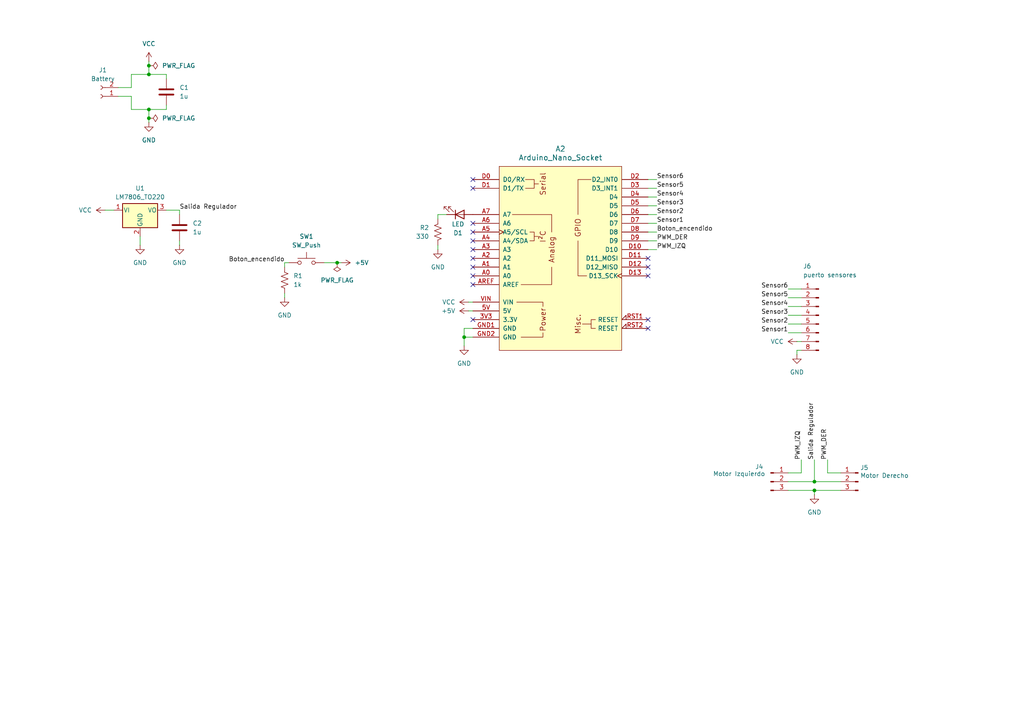
<source format=kicad_sch>
(kicad_sch (version 20231120) (generator "eeschema") (generator_version "8.0")
  (paper "A4")
  (lib_symbols
    (symbol "Connector:Conn_01x02_Socket" (pin_names (offset 1.016) hide)
      (property "Reference" "J" (at 0 2.54 0))
      (property "Value" "Conn_01x02_Socket" (at 0 -5.08 0))
      (symbol "Conn_01x02_Socket_1_1"
        (arc (start 0 -2.032) (mid -0.5058 -2.54) (end 0 -3.048) (stroke (width 0.1524)))
        (polyline (pts (xy -1.27 -2.54) (xy -0.508 -2.54)) (stroke (width 0.1524)))
        (polyline (pts (xy -1.27 0) (xy -0.508 0)) (stroke (width 0.1524)))
        (arc (start 0 0.508) (mid -0.5058 0) (end 0 -0.508) (stroke (width 0.1524)))
        (pin passive line (at -5.08 0 0) (length 3.81) (name "Pin_1") (number "1"))
        (pin passive line (at -5.08 -2.54 0) (length 3.81) (name "Pin_2") (number "2"))
      )
    )
    (symbol "Connector:Conn_01x03_Pin" (pin_names (offset 1.016) hide)
      (property "Reference" "J" (at 0 5.08 0))
      (property "Value" "Conn_01x03_Pin" (at 0 -5.08 0))
      (symbol "Conn_01x03_Pin_1_1"
        (polyline (pts (xy 1.27 -2.54) (xy 0.8636 -2.54)) (stroke (width 0.1524)))
        (polyline (pts (xy 1.27 0) (xy 0.8636 0)) (stroke (width 0.1524)))
        (polyline (pts (xy 1.27 2.54) (xy 0.8636 2.54)) (stroke (width 0.1524)))
        (rectangle (start 0.8636 -2.413) (end 0 -2.667) (stroke (width 0.1524)) (fill (type outline)))
        (rectangle (start 0.8636 0.127) (end 0 -0.127) (stroke (width 0.1524)) (fill (type outline)))
        (rectangle (start 0.8636 2.667) (end 0 2.413) (stroke (width 0.1524)) (fill (type outline)))
        (pin passive line (at 5.08 2.54 180) (length 3.81) (name "Pin_1") (number "1"))
        (pin passive line (at 5.08 0 180) (length 3.81) (name "Pin_2") (number "2"))
        (pin passive line (at 5.08 -2.54 180) (length 3.81) (name "Pin_3") (number "3"))
      )
    )
    (symbol "Connector:Conn_01x08_Pin" (pin_names (offset 1.016) hide)
      (property "Reference" "J" (at 0 10.16 0))
      (property "Value" "Conn_01x08_Pin" (at 0 -12.7 0))
      (symbol "Conn_01x08_Pin_1_1"
        (polyline (pts (xy 1.27 -10.16) (xy 0.8636 -10.16)) (stroke (width 0.1524)))
        (polyline (pts (xy 1.27 -7.62) (xy 0.8636 -7.62)) (stroke (width 0.1524)))
        (polyline (pts (xy 1.27 -5.08) (xy 0.8636 -5.08)) (stroke (width 0.1524)))
        (polyline (pts (xy 1.27 -2.54) (xy 0.8636 -2.54)) (stroke (width 0.1524)))
        (polyline (pts (xy 1.27 0) (xy 0.8636 0)) (stroke (width 0.1524)))
        (polyline (pts (xy 1.27 2.54) (xy 0.8636 2.54)) (stroke (width 0.1524)))
        (polyline (pts (xy 1.27 5.08) (xy 0.8636 5.08)) (stroke (width 0.1524)))
        (polyline (pts (xy 1.27 7.62) (xy 0.8636 7.62)) (stroke (width 0.1524)))
        (rectangle (start 0.8636 -10.033) (end 0 -10.287) (stroke (width 0.1524)) (fill (type outline)))
        (rectangle (start 0.8636 -7.493) (end 0 -7.747) (stroke (width 0.1524)) (fill (type outline)))
        (rectangle (start 0.8636 -4.953) (end 0 -5.207) (stroke (width 0.1524)) (fill (type outline)))
        (rectangle (start 0.8636 -2.413) (end 0 -2.667) (stroke (width 0.1524)) (fill (type outline)))
        (rectangle (start 0.8636 0.127) (end 0 -0.127) (stroke (width 0.1524)) (fill (type outline)))
        (rectangle (start 0.8636 2.667) (end 0 2.413) (stroke (width 0.1524)) (fill (type outline)))
        (rectangle (start 0.8636 5.207) (end 0 4.953) (stroke (width 0.1524)) (fill (type outline)))
        (rectangle (start 0.8636 7.747) (end 0 7.493) (stroke (width 0.1524)) (fill (type outline)))
        (pin passive line (at 5.08 7.62 180) (length 3.81) (name "Pin_1") (number "1"))
        (pin passive line (at 5.08 5.08 180) (length 3.81) (name "Pin_2") (number "2"))
        (pin passive line (at 5.08 2.54 180) (length 3.81) (name "Pin_3") (number "3"))
        (pin passive line (at 5.08 0 180) (length 3.81) (name "Pin_4") (number "4"))
        (pin passive line (at 5.08 -2.54 180) (length 3.81) (name "Pin_5") (number "5"))
        (pin passive line (at 5.08 -5.08 180) (length 3.81) (name "Pin_6") (number "6"))
        (pin passive line (at 5.08 -7.62 180) (length 3.81) (name "Pin_7") (number "7"))
        (pin passive line (at 5.08 -10.16 180) (length 3.81) (name "Pin_8") (number "8"))
      )
    )
    (symbol "Device:C" (pin_numbers hide) (pin_names (offset 0.254))
      (property "Reference" "C" (at 0.635 2.54 0))
      (property "Value" "C" (at 0.635 -2.54 0))
      (symbol "C_0_1"
        (polyline (pts (xy -2.032 -0.762) (xy 2.032 -0.762)) (stroke (width 0.508)))
        (polyline (pts (xy -2.032 0.762) (xy 2.032 0.762)) (stroke (width 0.508)))
      )
      (symbol "C_1_1"
        (pin passive line (at 0 3.81 270) (length 2.794) (name "~") (number "1"))
        (pin passive line (at 0 -3.81 90) (length 2.794) (name "~") (number "2"))
      )
    )
    (symbol "Device:LED" (pin_numbers hide) (pin_names (offset 1.016) hide)
      (property "Reference" "D" (at 0 2.54 0))
      (property "Value" "LED" (at 0 -2.54 0))
      (symbol "LED_0_1"
        (polyline (pts (xy -1.27 -1.27) (xy -1.27 1.27)) (stroke (width 0.254)))
        (polyline (pts (xy -1.27 0) (xy 1.27 0)))
        (polyline (pts (xy 1.27 -1.27) (xy 1.27 1.27) (xy -1.27 0) (xy 1.27 -1.27)) (stroke (width 0.254)))
        (polyline (pts (xy -3.048 -0.762) (xy -4.572 -2.286) (xy -3.81 -2.286) (xy -4.572 -2.286) (xy -4.572 -1.524)))
        (polyline (pts (xy -1.778 -0.762) (xy -3.302 -2.286) (xy -2.54 -2.286) (xy -3.302 -2.286) (xy -3.302 -1.524)))
      )
      (symbol "LED_1_1"
        (pin passive line (at -3.81 0 0) (length 2.54) (name "K") (number "1"))
        (pin passive line (at 3.81 0 180) (length 2.54) (name "A") (number "2"))
      )
    )
    (symbol "Device:R_US" (pin_numbers hide) (pin_names (offset 0))
      (property "Reference" "R" (at 2.54 0 90))
      (property "Value" "R_US" (at -2.54 0 90))
      (symbol "R_US_0_1"
        (polyline (pts (xy 0 -2.286) (xy 0 -2.54)))
        (polyline (pts (xy 0 2.286) (xy 0 2.54)))
        (polyline (pts (xy 0 -0.762) (xy 1.016 -1.143) (xy 0 -1.524) (xy -1.016 -1.905) (xy 0 -2.286)))
        (polyline (pts (xy 0 0.762) (xy 1.016 0.381) (xy 0 0) (xy -1.016 -0.381) (xy 0 -0.762)))
        (polyline (pts (xy 0 2.286) (xy 1.016 1.905) (xy 0 1.524) (xy -1.016 1.143) (xy 0 0.762)))
      )
      (symbol "R_US_1_1"
        (pin passive line (at 0 3.81 270) (length 1.27) (name "~") (number "1"))
        (pin passive line (at 0 -3.81 90) (length 1.27) (name "~") (number "2"))
      )
    )
    (symbol "PCM_arduino-library:Arduino_Nano_Socket" (pin_names (offset 1.016))
      (property "Reference" "A" (at 0 33.02 0))
      (property "Value" "Arduino_Nano_Socket" (at 0 29.21 0))
      (symbol "Arduino_Nano_Socket_0_0"
        (rectangle (start -17.78 26.67) (end 17.78 -26.67) (fill (type background)))
        (polyline (pts (xy -7.62 6.35) (xy -6.35 6.35)))
        (polyline (pts (xy -7.62 21.59) (xy -6.35 21.59)))
        (polyline (pts (xy 8.89 -19.05) (xy 6.35 -19.05)))
        (polyline (pts (xy -11.43 -22.86) (xy -5.08 -22.86) (xy -5.08 -21.59)))
        (polyline (pts (xy -5.08 -13.97) (xy -5.08 -12.7) (xy -12.7 -12.7)))
        (polyline (pts (xy -10.16 22.86) (xy -7.62 22.86) (xy -7.62 20.32) (xy -10.16 20.32)))
        (polyline (pts (xy -8.89 7.62) (xy -7.62 7.62) (xy -7.62 5.08) (xy -8.89 5.08)))
        (text "Analog" (at -2.54 2.54 900) (effects (font (size 1.524 1.524))))
        (text "I²C" (at -5.08 6.35 900) (effects (font (size 1.524 1.524))))
        (text "Misc." (at 5.08 -19.05 900) (effects (font (size 1.524 1.524))))
        (text "Power" (at -5.08 -17.78 900) (effects (font (size 1.524 1.524))))
        (text "Serial" (at -5.08 21.59 900) (effects (font (size 1.524 1.524))))
      )
      (symbol "Arduino_Nano_Socket_0_1"
        (polyline (pts (xy -13.97 12.7) (xy -2.54 12.7) (xy -2.54 7.62)))
        (polyline (pts (xy -11.43 -7.62) (xy -2.54 -7.62) (xy -2.54 -2.54)))
        (polyline (pts (xy 7.62 -5.08) (xy 5.08 -5.08) (xy 5.08 5.08)))
        (polyline (pts (xy 8.89 22.86) (xy 5.08 22.86) (xy 5.08 12.7)))
        (polyline (pts (xy 10.16 -17.78) (xy 8.89 -17.78) (xy 8.89 -20.32) (xy 10.16 -20.32)))
      )
      (symbol "Arduino_Nano_Socket_1_0"
        (text "GPIO" (at 5.08 8.89 900) (effects (font (size 1.524 1.524))))
      )
      (symbol "Arduino_Nano_Socket_1_1"
        (pin power_out line (at -25.4 -17.78 0) (length 7.62) (name "3.3V") (number "3V3"))
        (pin power_in line (at -25.4 -15.24 0) (length 7.62) (name "5V") (number "5V"))
        (pin bidirectional line (at -25.4 -5.08 0) (length 7.62) (name "A0") (number "A0"))
        (pin bidirectional line (at -25.4 -2.54 0) (length 7.62) (name "A1") (number "A1"))
        (pin bidirectional line (at -25.4 0 0) (length 7.62) (name "A2") (number "A2"))
        (pin bidirectional line (at -25.4 2.54 0) (length 7.62) (name "A3") (number "A3"))
        (pin bidirectional line (at -25.4 5.08 0) (length 7.62) (name "A4/SDA") (number "A4"))
        (pin bidirectional clock (at -25.4 7.62 0) (length 7.62) (name "A5/SCL") (number "A5"))
        (pin input line (at -25.4 10.16 0) (length 7.62) (name "A6") (number "A6"))
        (pin input line (at -25.4 12.7 0) (length 7.62) (name "A7") (number "A7"))
        (pin input line (at -25.4 -7.62 0) (length 7.62) (name "AREF") (number "AREF"))
        (pin bidirectional line (at -25.4 22.86 0) (length 7.62) (name "D0/RX") (number "D0"))
        (pin bidirectional line (at -25.4 20.32 0) (length 7.62) (name "D1/TX") (number "D1"))
        (pin bidirectional line (at 25.4 2.54 180) (length 7.62) (name "D10") (number "D10"))
        (pin bidirectional line (at 25.4 0 180) (length 7.62) (name "D11_MOSI") (number "D11"))
        (pin bidirectional line (at 25.4 -2.54 180) (length 7.62) (name "D12_MISO") (number "D12"))
        (pin bidirectional clock (at 25.4 -5.08 180) (length 7.62) (name "D13_SCK") (number "D13"))
        (pin bidirectional line (at 25.4 22.86 180) (length 7.62) (name "D2_INT0") (number "D2"))
        (pin bidirectional line (at 25.4 20.32 180) (length 7.62) (name "D3_INT1") (number "D3"))
        (pin bidirectional line (at 25.4 17.78 180) (length 7.62) (name "D4") (number "D4"))
        (pin bidirectional line (at 25.4 15.24 180) (length 7.62) (name "D5") (number "D5"))
        (pin bidirectional line (at 25.4 12.7 180) (length 7.62) (name "D6") (number "D6"))
        (pin bidirectional line (at 25.4 10.16 180) (length 7.62) (name "D7") (number "D7"))
        (pin bidirectional line (at 25.4 7.62 180) (length 7.62) (name "D8") (number "D8"))
        (pin bidirectional line (at 25.4 5.08 180) (length 7.62) (name "D9") (number "D9"))
        (pin power_in line (at -25.4 -20.32 0) (length 7.62) (name "GND") (number "GND1"))
        (pin power_in line (at -25.4 -22.86 0) (length 7.62) (name "GND") (number "GND2"))
        (pin open_collector input_low (at 25.4 -17.78 180) (length 7.62) (name "RESET") (number "RST1"))
        (pin open_collector input_low (at 25.4 -20.32 180) (length 7.62) (name "RESET") (number "RST2"))
        (pin power_in line (at -25.4 -12.7 0) (length 7.62) (name "VIN") (number "VIN"))
      )
    )
    (symbol "Regulator_Linear:LM7806_TO220" (pin_names (offset 0.254))
      (property "Reference" "U" (at -3.81 3.175 0))
      (property "Value" "LM7806_TO220" (at 0 3.175 0))
      (symbol "LM7806_TO220_0_1"
        (rectangle (start -5.08 1.905) (end 5.08 -5.08) (stroke (width 0.254)) (fill (type background)))
      )
      (symbol "LM7806_TO220_1_1"
        (pin power_in line (at -7.62 0 0) (length 2.54) (name "VI") (number "1"))
        (pin power_in line (at 0 -7.62 90) (length 2.54) (name "GND") (number "2"))
        (pin power_out line (at 7.62 0 180) (length 2.54) (name "VO") (number "3"))
      )
    )
    (symbol "Switch:SW_Push" (pin_numbers hide) (pin_names (offset 1.016) hide)
      (property "Reference" "SW" (at 1.27 2.54 0))
      (property "Value" "SW_Push" (at 0 -1.524 0))
      (symbol "SW_Push_0_1"
        (circle (center -2.032 0) (radius 0.508))
        (polyline (pts (xy 0 1.27) (xy 0 3.048)))
        (polyline (pts (xy 2.54 1.27) (xy -2.54 1.27)))
        (circle (center 2.032 0) (radius 0.508))
        (pin passive line (at -5.08 0 0) (length 2.54) (name "1") (number "1"))
        (pin passive line (at 5.08 0 180) (length 2.54) (name "2") (number "2"))
      )
    )
    (symbol "power:+5V" (power) (pin_numbers hide) (pin_names (offset 0) hide)
      (property "Value" "+5V" (at 0 3.556 0))
      (symbol "+5V_0_1"
        (polyline (pts (xy -0.762 1.27) (xy 0 2.54)))
        (polyline (pts (xy 0 0) (xy 0 2.54)))
        (polyline (pts (xy 0 2.54) (xy 0.762 1.27)))
      )
      (symbol "+5V_1_1"
        (pin power_in line (at 0 0 90) (length 0) (name "~") (number "1"))
      )
    )
    (symbol "power:GND" (power) (pin_numbers hide) (pin_names (offset 0) hide)
      (property "Value" "GND" (at 0 -3.81 0))
      (symbol "GND_0_1"
        (polyline (pts (xy 0 0) (xy 0 -1.27) (xy 1.27 -1.27) (xy 0 -2.54) (xy -1.27 -1.27) (xy 0 -1.27)))
      )
      (symbol "GND_1_1"
        (pin power_in line (at 0 0 270) (length 0) (name "~") (number "1"))
      )
    )
    (symbol "power:PWR_FLAG" (power) (pin_numbers hide) (pin_names (offset 0) hide)
      (property "Value" "PWR_FLAG" (at 0 3.81 0))
      (symbol "PWR_FLAG_0_0"
        (pin power_out line (at 0 0 90) (length 0) (name "~") (number "1"))
      )
      (symbol "PWR_FLAG_0_1"
        (polyline (pts (xy 0 0) (xy 0 1.27) (xy -1.016 1.905) (xy 0 2.54) (xy 1.016 1.905) (xy 0 1.27)))
      )
    )
    (symbol "power:VCC" (power) (pin_numbers hide) (pin_names (offset 0) hide)
      (property "Value" "VCC" (at 0 3.556 0))
      (symbol "VCC_0_1"
        (polyline (pts (xy -0.762 1.27) (xy 0 2.54)))
        (polyline (pts (xy 0 0) (xy 0 2.54)))
        (polyline (pts (xy 0 2.54) (xy 0.762 1.27)))
      )
      (symbol "VCC_1_1"
        (pin power_in line (at 0 0 90) (length 0) (name "~") (number "1"))
      )
    )
  )
  (junction (at 236.22 139.7))
  (junction (at 134.62 97.79))
  (junction (at 43.18 31.75))
  (junction (at 43.18 19.05))
  (junction (at 236.22 142.24))
  (junction (at 97.79 76.2))
  (junction (at 43.18 21.59))
  (junction (at 43.18 34.29))
  (no_connect (at 137.16 52.07))
  (no_connect (at 137.16 64.77))
  (no_connect (at 187.96 77.47))
  (no_connect (at 137.16 80.01))
  (no_connect (at 137.16 54.61))
  (no_connect (at 137.16 69.85))
  (no_connect (at 187.96 74.93))
  (no_connect (at 187.96 95.25))
  (no_connect (at 137.16 92.71))
  (no_connect (at 187.96 92.71))
  (no_connect (at 137.16 74.93))
  (no_connect (at 137.16 82.55))
  (no_connect (at 137.16 77.47))
  (no_connect (at 187.96 80.01))
  (no_connect (at 137.16 72.39))
  (no_connect (at 137.16 67.31))
  (wire (pts (xy 232.41 133.35) (xy 232.41 137.16)))
  (wire (pts (xy 30.48 60.96) (xy 33.02 60.96)))
  (wire (pts (xy 48.26 60.96) (xy 52.07 60.96)))
  (wire (pts (xy 43.18 31.75) (xy 38.1 31.75)))
  (wire (pts (xy 228.6 137.16) (xy 232.41 137.16)))
  (wire (pts (xy 48.26 31.75) (xy 43.18 31.75)))
  (wire (pts (xy 228.6 96.52) (xy 232.41 96.52)))
  (wire (pts (xy 190.5 59.69) (xy 187.96 59.69)))
  (wire (pts (xy 236.22 142.24) (xy 243.84 142.24)))
  (wire (pts (xy 127 62.23) (xy 127 63.5)))
  (wire (pts (xy 38.1 31.75) (xy 38.1 27.94)))
  (wire (pts (xy 190.5 54.61) (xy 187.96 54.61)))
  (wire (pts (xy 228.6 86.36) (xy 232.41 86.36)))
  (wire (pts (xy 190.5 64.77) (xy 187.96 64.77)))
  (wire (pts (xy 48.26 30.48) (xy 48.26 31.75)))
  (wire (pts (xy 231.14 101.6) (xy 232.41 101.6)))
  (wire (pts (xy 228.6 83.82) (xy 232.41 83.82)))
  (wire (pts (xy 236.22 133.35) (xy 236.22 139.7)))
  (wire (pts (xy 190.5 67.31) (xy 187.96 67.31)))
  (wire (pts (xy 228.6 91.44) (xy 232.41 91.44)))
  (wire (pts (xy 40.64 71.12) (xy 40.64 68.58)))
  (wire (pts (xy 43.18 17.78) (xy 43.18 19.05)))
  (wire (pts (xy 127 71.12) (xy 127 72.39)))
  (wire (pts (xy 43.18 34.29) (xy 43.18 31.75)))
  (wire (pts (xy 231.14 101.6) (xy 231.14 102.87)))
  (wire (pts (xy 137.16 95.25) (xy 134.62 95.25)))
  (wire (pts (xy 129.54 62.23) (xy 127 62.23)))
  (wire (pts (xy 228.6 139.7) (xy 236.22 139.7)))
  (wire (pts (xy 232.41 99.06) (xy 231.14 99.06)))
  (wire (pts (xy 38.1 27.94) (xy 34.29 27.94)))
  (wire (pts (xy 38.1 25.4) (xy 34.29 25.4)))
  (wire (pts (xy 243.84 137.16) (xy 240.03 137.16)))
  (wire (pts (xy 137.16 97.79) (xy 134.62 97.79)))
  (wire (pts (xy 43.18 21.59) (xy 48.26 21.59)))
  (wire (pts (xy 134.62 95.25) (xy 134.62 97.79)))
  (wire (pts (xy 38.1 21.59) (xy 43.18 21.59)))
  (wire (pts (xy 48.26 21.59) (xy 48.26 22.86)))
  (wire (pts (xy 134.62 97.79) (xy 134.62 100.33)))
  (wire (pts (xy 190.5 52.07) (xy 187.96 52.07)))
  (wire (pts (xy 83.82 76.2) (xy 82.55 76.2)))
  (wire (pts (xy 228.6 93.98) (xy 232.41 93.98)))
  (wire (pts (xy 135.89 90.17) (xy 137.16 90.17)))
  (wire (pts (xy 190.5 69.85) (xy 187.96 69.85)))
  (wire (pts (xy 99.06 76.2) (xy 97.79 76.2)))
  (wire (pts (xy 97.79 76.2) (xy 93.98 76.2)))
  (wire (pts (xy 82.55 85.09) (xy 82.55 86.36)))
  (wire (pts (xy 52.07 60.96) (xy 52.07 62.23)))
  (wire (pts (xy 190.5 62.23) (xy 187.96 62.23)))
  (wire (pts (xy 236.22 139.7) (xy 243.84 139.7)))
  (wire (pts (xy 228.6 88.9) (xy 232.41 88.9)))
  (wire (pts (xy 228.6 142.24) (xy 236.22 142.24)))
  (wire (pts (xy 52.07 69.85) (xy 52.07 71.12)))
  (wire (pts (xy 240.03 133.35) (xy 240.03 137.16)))
  (wire (pts (xy 38.1 25.4) (xy 38.1 21.59)))
  (wire (pts (xy 236.22 142.24) (xy 236.22 143.51)))
  (wire (pts (xy 43.18 35.56) (xy 43.18 34.29)))
  (wire (pts (xy 135.89 87.63) (xy 137.16 87.63)))
  (wire (pts (xy 82.55 76.2) (xy 82.55 77.47)))
  (wire (pts (xy 190.5 72.39) (xy 187.96 72.39)))
  (wire (pts (xy 43.18 19.05) (xy 43.18 21.59)))
  (wire (pts (xy 190.5 57.15) (xy 187.96 57.15)))
  (label "Sensor1" (at 190.5 64.77 0))
  (label "PWM_IZQ" (at 190.5 72.39 0))
  (label "Salida Regulador" (at 236.22 133.35 90))
  (label "Sensor3" (at 228.6 91.44 180))
  (label "Sensor3" (at 190.5 59.69 0))
  (label "Sensor2" (at 228.6 93.98 180))
  (label "Boton_encendido" (at 82.55 76.2 180))
  (label "Sensor1" (at 228.6 96.52 180))
  (label "PWM_IZQ" (at 232.41 133.35 90))
  (label "Boton_encendido" (at 190.5 67.31 0))
  (label "Sensor6" (at 228.6 83.82 180))
  (label "Sensor2" (at 190.5 62.23 0))
  (label "PWM_DER" (at 240.03 133.35 90))
  (label "Sensor4" (at 190.5 57.15 0))
  (label "PWM_DER" (at 190.5 69.85 0))
  (label "Sensor5" (at 190.5 54.61 0))
  (label "Sensor5" (at 228.6 86.36 180))
  (label "Salida Regulador" (at 52.07 60.96 0))
  (label "Sensor4" (at 228.6 88.9 180))
  (label "Sensor6" (at 190.5 52.07 0))
  (symbol (lib_id "power:VCC") (at 30.48 60.96 90) (unit 1)
    (property "Reference" "#PWR03" (effects (hide yes)))
    (property "Value" "VCC" (at 26.67 60.9599 90) (effects (justify left)))
    (property "Description" "Power symbol creates a global label with name \"VCC\"" (effects (hide yes)))
  )
  (symbol (lib_id "PCM_arduino-library:Arduino_Nano_Socket") (at 162.56 74.93 0) (unit 1)
    (property "Reference" "A2" (at 162.56 43.18 0) (effects (font (size 1.524 1.524))))
    (property "Value" "Arduino_Nano_Socket" (at 162.56 45.72 0) (effects (font (size 1.524 1.524))))
    (property "Footprint" "PCM_arduino-library:Arduino_Nano_Socket" (effects (hide yes)))
    (property "Datasheet" "https://docs.arduino.cc/hardware/nano" (effects (hide yes)))
    (property "Description" "Socket for Arduino Nano" (effects (hide yes)))
  )
  (symbol (lib_id "Device:C") (at 52.07 66.04 0) (unit 1)
    (property "Reference" "C2" (at 55.88 64.7699 0) (effects (justify left)))
    (property "Value" "1u" (at 55.88 67.3099 0) (effects (justify left)))
    (property "Footprint" "Capacitor_THT:C_Disc_D7.0mm_W2.5mm_P5.00mm" (effects (hide yes)))
    (property "Description" "Unpolarized capacitor" (effects (hide yes)))
  )
  (symbol (lib_id "power:PWR_FLAG") (at 43.18 19.05 270) (unit 1)
    (property "Reference" "#FLG02" (effects (hide yes)))
    (property "Value" "PWR_FLAG" (at 46.99 19.0499 90) (effects (justify left)))
    (property "Description" "Special symbol for telling ERC where power comes from" (effects (hide yes)))
  )
  (symbol (lib_id "power:GND") (at 82.55 86.36 0) (unit 1)
    (property "Reference" "#PWR08" (effects (hide yes)))
    (property "Value" "GND" (at 82.55 91.44 0))
    (property "Description" "Power symbol creates a global label with name \"GND\" , ground" (effects (hide yes)))
  )
  (symbol (lib_id "power:GND") (at 52.07 71.12 0) (unit 1)
    (property "Reference" "#PWR05" (effects (hide yes)))
    (property "Value" "GND" (at 52.07 76.2 0))
    (property "Description" "Power symbol creates a global label with name \"GND\" , ground" (effects (hide yes)))
  )
  (symbol (lib_id "power:PWR_FLAG") (at 43.18 34.29 270) (unit 1)
    (property "Reference" "#FLG01" (effects (hide yes)))
    (property "Value" "PWR_FLAG" (at 46.99 34.2899 90) (effects (justify left)))
    (property "Description" "Special symbol for telling ERC where power comes from" (effects (hide yes)))
  )
  (symbol (lib_id "power:VCC") (at 231.14 99.06 90) (unit 1)
    (property "Reference" "#PWR012" (effects (hide yes)))
    (property "Value" "VCC" (at 227.33 99.0599 90) (effects (justify left)))
    (property "Description" "Power symbol creates a global label with name \"VCC\"" (effects (hide yes)))
  )
  (symbol (lib_id "Switch:SW_Push") (at 88.9 76.2 0) (mirror y) (unit 1)
    (property "Reference" "SW1" (at 88.9 68.58 0))
    (property "Value" "SW_Push" (at 88.9 71.12 0))
    (property "Footprint" "Button_Switch_THT:SW_PUSH_6mm" (effects (hide yes)))
    (property "Description" "Push button switch, generic, two pins" (effects (hide yes)))
  )
  (symbol (lib_id "Device:LED") (at 133.35 62.23 0) (mirror x) (unit 1)
    (property "Reference" "D1" (at 132.842 67.564 0))
    (property "Value" "LED" (at 132.842 65.024 0))
    (property "Footprint" "LED_THT:LED_D5.0mm" (effects (hide yes)))
    (property "Description" "Light emitting diode" (effects (hide yes)))
  )
  (symbol (lib_id "power:GND") (at 40.64 71.12 0) (unit 1)
    (property "Reference" "#PWR04" (effects (hide yes)))
    (property "Value" "GND" (at 40.64 76.2 0))
    (property "Description" "Power symbol creates a global label with name \"GND\" , ground" (effects (hide yes)))
  )
  (symbol (lib_id "Connector:Conn_01x03_Pin") (at 248.92 139.7 0) (mirror y) (unit 1)
    (property "Reference" "J5" (at 250.698 135.636 0))
    (property "Value" "Motor Derecho" (at 256.54 137.922 0))
    (property "Footprint" "Connector_PinHeader_2.54mm:PinHeader_1x03_P2.54mm_Vertical" (effects (hide yes)))
    (property "Description" "Generic connector, single row, 01x03, script generated" (effects (hide yes)))
  )
  (symbol (lib_id "power:VCC") (at 135.89 87.63 90) (unit 1)
    (property "Reference" "#PWR014" (effects (hide yes)))
    (property "Value" "VCC" (at 132.08 87.6299 90) (effects (justify left)))
    (property "Description" "Power symbol creates a global label with name \"VCC\"" (effects (hide yes)))
  )
  (symbol (lib_id "power:GND") (at 43.18 35.56 0) (unit 1)
    (property "Reference" "#PWR02" (effects (hide yes)))
    (property "Value" "GND" (at 43.18 40.64 0))
    (property "Description" "Power symbol creates a global label with name \"GND\" , ground" (effects (hide yes)))
  )
  (symbol (lib_id "power:+5V") (at 99.06 76.2 270) (unit 1)
    (property "Reference" "#PWR011" (effects (hide yes)))
    (property "Value" "+5V" (at 102.87 76.1999 90) (effects (justify left)))
    (property "Description" "Power symbol creates a global label with name \"+5V\"" (effects (hide yes)))
  )
  (symbol (lib_id "Connector:Conn_01x03_Pin") (at 223.52 139.7 0) (unit 1)
    (property "Reference" "J4" (at 220.218 135.382 0))
    (property "Value" "Motor Izquierdo" (at 214.376 137.414 0))
    (property "Footprint" "Connector_PinHeader_2.54mm:PinHeader_1x03_P2.54mm_Vertical" (effects (hide yes)))
    (property "Description" "Generic connector, single row, 01x03, script generated" (effects (hide yes)))
  )
  (symbol (lib_id "power:GND") (at 134.62 100.33 0) (mirror y) (unit 1)
    (property "Reference" "#PWR010" (effects (hide yes)))
    (property "Value" "GND" (at 134.62 105.41 0))
    (property "Description" "Power symbol creates a global label with name \"GND\" , ground" (effects (hide yes)))
  )
  (symbol (lib_id "Connector:Conn_01x08_Pin") (at 237.49 91.44 0) (mirror y) (unit 1)
    (property "Reference" "J6" (at 232.918 77.216 0) (effects (justify right)))
    (property "Value" "puerto sensores" (at 232.918 79.756 0) (effects (justify right)))
    (property "Footprint" "Connector_PinHeader_2.54mm:PinHeader_1x08_P2.54mm_Horizontal" (effects (hide yes)))
    (property "Description" "Generic connector, single row, 01x08, script generated" (effects (hide yes)))
  )
  (symbol (lib_id "Device:R_US") (at 127 67.31 0) (mirror y) (unit 1)
    (property "Reference" "R2" (at 124.46 66.0399 0) (effects (justify left)))
    (property "Value" "330" (at 124.46 68.5799 0) (effects (justify left)))
    (property "Footprint" "Resistor_THT:R_Axial_DIN0411_L9.9mm_D3.6mm_P12.70mm_Horizontal" (effects (hide yes)))
    (property "Description" "Resistor, US symbol" (effects (hide yes)))
  )
  (symbol (lib_id "power:PWR_FLAG") (at 97.79 76.2 180) (unit 1)
    (property "Reference" "#FLG03" (effects (hide yes)))
    (property "Value" "PWR_FLAG" (at 97.79 81.28 0))
    (property "Description" "Special symbol for telling ERC where power comes from" (effects (hide yes)))
  )
  (symbol (lib_id "power:GND") (at 127 72.39 0) (mirror y) (unit 1)
    (property "Reference" "#PWR06" (effects (hide yes)))
    (property "Value" "GND" (at 127 77.47 0))
    (property "Description" "Power symbol creates a global label with name \"GND\" , ground" (effects (hide yes)))
  )
  (symbol (lib_id "Connector:Conn_01x02_Socket") (at 29.21 27.94 180) (unit 1)
    (property "Reference" "J1" (at 29.845 20.32 0))
    (property "Value" "Battery" (at 29.845 22.86 0))
    (property "Footprint" "Connector_Molex:Molex_KK-254_AE-6410-02A_1x02_P2.54mm_Vertical" (effects (hide yes)))
    (property "Description" "Generic connector, single row, 01x02, script generated" (effects (hide yes)))
  )
  (symbol (lib_id "power:GND") (at 231.14 102.87 0) (unit 1)
    (property "Reference" "#PWR09" (effects (hide yes)))
    (property "Value" "GND" (at 231.14 107.95 0))
    (property "Description" "Power symbol creates a global label with name \"GND\" , ground" (effects (hide yes)))
  )
  (symbol (lib_id "Regulator_Linear:LM7806_TO220") (at 40.64 60.96 0) (unit 1)
    (property "Reference" "U1" (at 40.64 54.61 0))
    (property "Value" "LM7806_TO220" (at 40.64 57.15 0))
    (property "Footprint" "Package_TO_SOT_THT:TO-220-3_Vertical" (effects (hide yes)))
    (property "Datasheet" "https://www.onsemi.cn/PowerSolutions/document/MC7800-D.PDF" (effects (hide yes)))
    (property "Description" "Positive 1A 35V Linear Regulator, Fixed Output 6V, TO-220" (effects (hide yes)))
  )
  (symbol (lib_id "Device:R_US") (at 82.55 81.28 0) (unit 1)
    (property "Reference" "R1" (at 85.09 80.0099 0) (effects (justify left)))
    (property "Value" "1k" (at 85.09 82.5499 0) (effects (justify left)))
    (property "Footprint" "Resistor_THT:R_Axial_DIN0411_L9.9mm_D3.6mm_P12.70mm_Horizontal" (effects (hide yes)))
    (property "Description" "Resistor, US symbol" (effects (hide yes)))
  )
  (symbol (lib_id "power:VCC") (at 43.18 17.78 0) (unit 1)
    (property "Reference" "#PWR01" (effects (hide yes)))
    (property "Value" "VCC" (at 43.18 12.7 0))
    (property "Description" "Power symbol creates a global label with name \"VCC\"" (effects (hide yes)))
  )
  (symbol (lib_id "Device:C") (at 48.26 26.67 0) (unit 1)
    (property "Reference" "C1" (at 52.07 25.3999 0) (effects (justify left)))
    (property "Value" "1u" (at 52.07 27.9399 0) (effects (justify left)))
    (property "Footprint" "Capacitor_THT:C_Disc_D7.0mm_W2.5mm_P5.00mm" (effects (hide yes)))
    (property "Description" "Unpolarized capacitor" (effects (hide yes)))
  )
  (symbol (lib_id "power:+5V") (at 135.89 90.17 90) (unit 1)
    (property "Reference" "#PWR013" (effects (hide yes)))
    (property "Value" "+5V" (at 130.048 90.17 90))
    (property "Description" "Power symbol creates a global label with name \"+5V\"" (effects (hide yes)))
  )
  (symbol (lib_id "power:GND") (at 236.22 143.51 0) (unit 1)
    (property "Reference" "#PWR07" (effects (hide yes)))
    (property "Value" "GND" (at 236.22 148.59 0))
    (property "Description" "Power symbol creates a global label with name \"GND\" , ground" (effects (hide yes)))
  )
)
</source>
